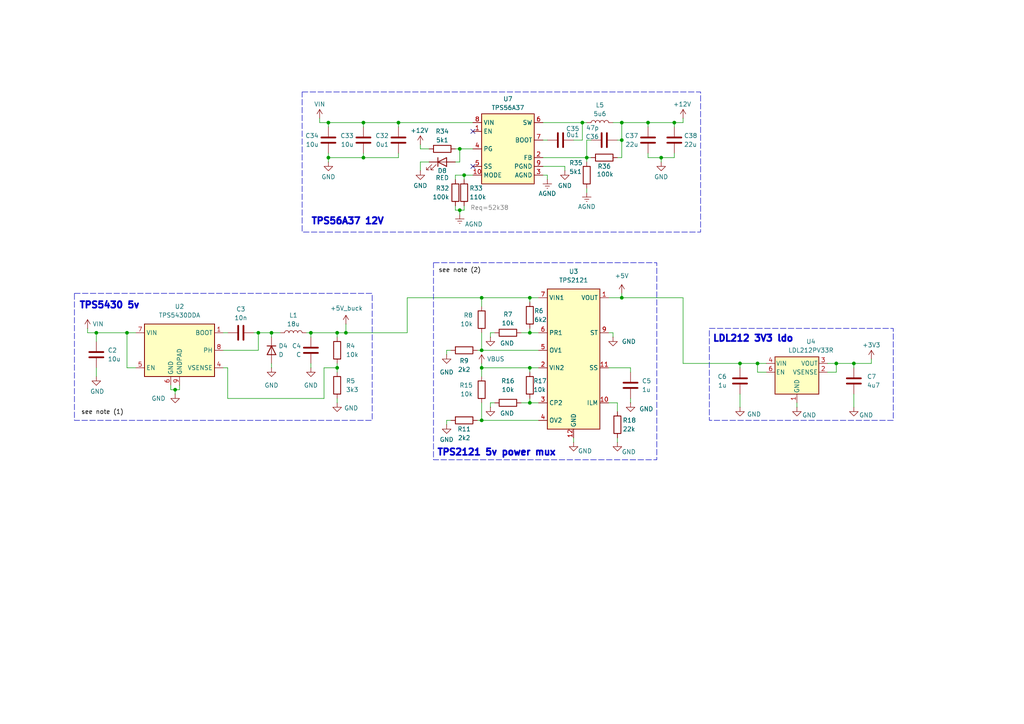
<source format=kicad_sch>
(kicad_sch (version 20250114) (generator "eeschema") (generator_version "9.0")
  (paper "A4")
  (lib_symbols
    (symbol "Device:C" (pin_numbers (hide yes)) (pin_names (offset 0.254))
      (property "Reference" "C" (at 0.635 2.54 0))
      (property "Value" "C" (at 0.635 -2.54 0))
      (symbol "C_0_1"
        (polyline (pts (xy -2.032 0.762) (xy 2.032 0.762)) (stroke (width 0.508)))
        (polyline (pts (xy -2.032 -0.762) (xy 2.032 -0.762)) (stroke (width 0.508)))
      )
      (symbol "C_1_1"
        (pin passive line (at 0 3.81 270) (length 2.794) (name "~") (number "1"))
        (pin passive line (at 0 -3.81 90) (length 2.794) (name "~") (number "2"))
      )
    )
    (symbol "Device:D" (pin_numbers (hide yes)) (pin_names (offset 1.016) (hide yes))
      (property "Reference" "D" (at 0 2.54 0))
      (property "Value" "D" (at 0 -2.54 0))
      (symbol "D_0_1"
        (polyline (pts (xy -1.27 1.27) (xy -1.27 -1.27)) (stroke (width 0.254)))
        (polyline (pts (xy 1.27 1.27) (xy 1.27 -1.27) (xy -1.27 0) (xy 1.27 1.27)) (stroke (width 0.254)))
        (polyline (pts (xy 1.27 0) (xy -1.27 0)))
      )
      (symbol "D_1_1"
        (pin passive line (at -3.81 0 0) (length 2.54) (name "K") (number "1"))
        (pin passive line (at 3.81 0 180) (length 2.54) (name "A") (number "2"))
      )
    )
    (symbol "Device:L" (pin_numbers (hide yes)) (pin_names (offset 1.016) (hide yes))
      (property "Reference" "L" (at -1.27 0 90))
      (property "Value" "L" (at 1.905 0 90))
      (symbol "L_0_1"
        (arc (start 0 2.54) (mid 0.6323 1.905) (end 0 1.27))
        (arc (start 0 1.27) (mid 0.6323 0.635) (end 0 0))
        (arc (start 0 0) (mid 0.6323 -0.635) (end 0 -1.27))
        (arc (start 0 -1.27) (mid 0.6323 -1.905) (end 0 -2.54))
      )
      (symbol "L_1_1"
        (pin passive line (at 0 3.81 270) (length 1.27) (name "1") (number "1"))
        (pin passive line (at 0 -3.81 90) (length 1.27) (name "2") (number "2"))
      )
    )
    (symbol "Device:LED" (pin_numbers (hide yes)) (pin_names (offset 1.016) (hide yes))
      (property "Reference" "D" (at 0 2.54 0))
      (property "Value" "LED" (at 0 -2.54 0))
      (symbol "LED_0_1"
        (polyline (pts (xy -3.048 -0.762) (xy -4.572 -2.286) (xy -3.81 -2.286) (xy -4.572 -2.286) (xy -4.572 -1.524)))
        (polyline (pts (xy -1.778 -0.762) (xy -3.302 -2.286) (xy -2.54 -2.286) (xy -3.302 -2.286) (xy -3.302 -1.524)))
        (polyline (pts (xy -1.27 0) (xy 1.27 0)))
        (polyline (pts (xy -1.27 -1.27) (xy -1.27 1.27)) (stroke (width 0.254)))
        (polyline (pts (xy 1.27 -1.27) (xy 1.27 1.27) (xy -1.27 0) (xy 1.27 -1.27)) (stroke (width 0.254)))
      )
      (symbol "LED_1_1"
        (pin passive line (at -3.81 0 0) (length 2.54) (name "K") (number "1"))
        (pin passive line (at 3.81 0 180) (length 2.54) (name "A") (number "2"))
      )
    )
    (symbol "Device:R" (pin_numbers (hide yes)) (pin_names (offset 0))
      (property "Reference" "R" (at 2.032 0 90))
      (property "Value" "R" (at 0 0 90))
      (symbol "R_0_1"
        (rectangle (start -1.016 -2.54) (end 1.016 2.54) (stroke (width 0.254)))
      )
      (symbol "R_1_1"
        (pin passive line (at 0 3.81 270) (length 1.27) (name "~") (number "1"))
        (pin passive line (at 0 -3.81 90) (length 1.27) (name "~") (number "2"))
      )
    )
    (symbol "GLCS:TPS56A37"
      (property "Reference" "U" (at -7.62 6.35 0))
      (property "Value" "TPS56A37" (at -2.54 6.35 0))
      (symbol "TPS56A37_0_1"
        (rectangle (start -7.62 5.08) (end 7.62 -15.24) (stroke (width 0.254)) (fill (type background)))
      )
      (symbol "TPS56A37_1_0"
        (pin open_collector line (at -10.16 -5.08 0) (length 2.54) (name "PG") (number "4"))
        (pin input line (at -10.16 -10.16 0) (length 2.54) (name "SS") (number "5"))
        (pin input line (at -10.16 -12.7 0) (length 2.54) (name "MODE") (number "10"))
        (pin power_in line (at 10.16 -10.16 180) (length 2.54) (name "PGND") (number "9"))
        (pin power_in line (at 10.16 -12.7 180) (length 2.54) (name "AGND") (number "3"))
      )
      (symbol "TPS56A37_1_1"
        (pin power_in line (at -10.16 2.54 0) (length 2.54) (name "VIN") (number "8"))
        (pin input line (at -10.16 0 0) (length 2.54) (name "EN") (number "1"))
        (pin power_out line (at 10.16 2.54 180) (length 2.54) (name "SW") (number "6"))
        (pin passive line (at 10.16 -2.54 180) (length 2.54) (name "BOOT") (number "7"))
        (pin input line (at 10.16 -7.62 180) (length 2.54) (name "FB") (number "2"))
      )
    )
    (symbol "Pers:LDL212PV33R" (pin_names (offset 0.254))
      (property "Reference" "U" (at -4.064 5.588 0))
      (property "Value" "LDL212PV33R" (at 0 5.588 0))
      (symbol "LDL212PV33R_0_1"
        (rectangle (start -6.35 4.445) (end 6.35 -6.35) (stroke (width 0.254)) (fill (type background)))
      )
      (symbol "LDL212PV33R_1_1"
        (pin power_in line (at -8.89 2.54 0) (length 2.54) (name "VIN") (number "4"))
        (pin input line (at -8.89 0 0) (length 2.54) (name "EN") (number "6"))
        (pin power_in line (at 0 -8.89 90) (length 2.54) (name "GND") (number "1"))
        (pin power_out line (at 8.89 2.54 180) (length 2.54) (name "VOUT") (number "3"))
        (pin input line (at 8.89 0 180) (length 2.54) (name "VSENSE") (number "2"))
      )
    )
    (symbol "Pers:TPS2121"
      (property "Reference" "U" (at -7.366 21.844 0))
      (property "Value" "TPS2121" (at 5.08 -22.352 0))
      (symbol "TPS2121_0_1"
        (rectangle (start -7.62 20.32) (end 7.62 -20.32) (stroke (width 0.254)) (fill (type background)))
      )
      (symbol "TPS2121_1_0"
        (pin power_out line (at 10.16 17.78 180) (length 2.54) (hide yes) (name "VOUT") (number "8"))
      )
      (symbol "TPS2121_1_1"
        (pin power_in line (at -10.16 17.78 0) (length 2.54) (name "VIN1") (number "7"))
        (pin input line (at -10.16 7.62 0) (length 2.54) (name "PR1") (number "6"))
        (pin input line (at -10.16 2.54 0) (length 2.54) (name "OV1") (number "5"))
        (pin power_in line (at -10.16 -2.54 0) (length 2.54) (name "VIN2") (number "2"))
        (pin input line (at -10.16 -12.7 0) (length 2.54) (name "CP2") (number "3"))
        (pin input line (at -10.16 -17.78 0) (length 2.54) (name "OV2") (number "4"))
        (pin power_in line (at 0 -22.86 90) (length 2.54) (name "GND") (number "12"))
        (pin power_out line (at 10.16 17.78 180) (length 2.54) (name "VOUT") (number "1"))
        (pin open_collector line (at 10.16 7.62 180) (length 2.54) (name "ST") (number "9"))
        (pin bidirectional line (at 10.16 -2.54 180) (length 2.54) (name "SS") (number "11"))
        (pin bidirectional line (at 10.16 -12.7 180) (length 2.54) (name "ILM") (number "10"))
      )
    )
    (symbol "Regulator_Switching:TPS5430DDA"
      (property "Reference" "U" (at -10.16 8.89 0))
      (property "Value" "TPS5430DDA" (at -1.27 8.89 0))
      (symbol "TPS5430DDA_0_1"
        (rectangle (start -10.16 7.62) (end 10.16 -7.62) (stroke (width 0.254)) (fill (type background)))
      )
      (symbol "TPS5430DDA_1_1"
        (pin power_in line (at -12.7 5.08 0) (length 2.54) (name "VIN") (number "7"))
        (pin input line (at -12.7 -5.08 0) (length 2.54) (name "EN") (number "5"))
        (pin no_connect line (at -10.16 2.54 0) (length 2.54) (hide yes) (name "NC") (number "2"))
        (pin no_connect line (at -10.16 -2.54 0) (length 2.54) (hide yes) (name "NC") (number "3"))
        (pin power_in line (at -2.54 -10.16 90) (length 2.54) (name "GND") (number "6"))
        (pin power_in line (at 0 -10.16 90) (length 2.54) (name "GNDPAD") (number "9"))
        (pin input line (at 12.7 5.08 180) (length 2.54) (name "BOOT") (number "1"))
        (pin output line (at 12.7 0 180) (length 2.54) (name "PH") (number "8"))
        (pin input line (at 12.7 -5.08 180) (length 2.54) (name "VSENSE") (number "4"))
      )
    )
    (symbol "power:+12V" (power) (pin_numbers (hide yes)) (pin_names (offset 0) (hide yes))
      (property "Value" "+12V" (at 0 3.556 0))
      (symbol "+12V_0_1"
        (polyline (pts (xy -0.762 1.27) (xy 0 2.54)))
        (polyline (pts (xy 0 2.54) (xy 0.762 1.27)))
        (polyline (pts (xy 0 0) (xy 0 2.54)))
      )
      (symbol "+12V_1_1"
        (pin power_in line (at 0 0 90) (length 0) (name "~") (number "1"))
      )
    )
    (symbol "power:+3V3" (power) (pin_numbers (hide yes)) (pin_names (offset 0) (hide yes))
      (property "Value" "+3V3" (at 0 3.556 0))
      (symbol "+3V3_0_1"
        (polyline (pts (xy -0.762 1.27) (xy 0 2.54)))
        (polyline (pts (xy 0 2.54) (xy 0.762 1.27)))
        (polyline (pts (xy 0 0) (xy 0 2.54)))
      )
      (symbol "+3V3_1_1"
        (pin power_in line (at 0 0 90) (length 0) (name "~") (number "1"))
      )
    )
    (symbol "power:+5V" (power) (pin_numbers (hide yes)) (pin_names (offset 0) (hide yes))
      (property "Value" "+5V" (at 0 3.556 0))
      (symbol "+5V_0_1"
        (polyline (pts (xy -0.762 1.27) (xy 0 2.54)))
        (polyline (pts (xy 0 2.54) (xy 0.762 1.27)))
        (polyline (pts (xy 0 0) (xy 0 2.54)))
      )
      (symbol "+5V_1_1"
        (pin power_in line (at 0 0 90) (length 0) (name "~") (number "1"))
      )
    )
    (symbol "power:GND" (power) (pin_numbers (hide yes)) (pin_names (offset 0) (hide yes))
      (property "Value" "GND" (at 0 -3.81 0))
      (symbol "GND_0_1"
        (polyline (pts (xy 0 0) (xy 0 -1.27) (xy 1.27 -1.27) (xy 0 -2.54) (xy -1.27 -1.27) (xy 0 -1.27)))
      )
      (symbol "GND_1_1"
        (pin power_in line (at 0 0 270) (length 0) (name "~") (number "1"))
      )
    )
    (symbol "power:GNDREF" (power) (pin_numbers (hide yes)) (pin_names (offset 0) (hide yes))
      (property "Value" "GNDREF" (at 0 -3.81 0))
      (symbol "GNDREF_0_1"
        (polyline (pts (xy -0.635 -1.905) (xy 0.635 -1.905)))
        (polyline (pts (xy -0.127 -2.54) (xy 0.127 -2.54)))
        (polyline (pts (xy 0 -1.27) (xy 0 0)))
        (polyline (pts (xy 1.27 -1.27) (xy -1.27 -1.27)))
      )
      (symbol "GNDREF_1_1"
        (pin power_in line (at 0 0 270) (length 0) (name "~") (number "1"))
      )
    )
    (symbol "power:VBUS" (power) (pin_numbers (hide yes)) (pin_names (offset 0) (hide yes))
      (property "Value" "VBUS" (at 0 3.556 0))
      (symbol "VBUS_0_1"
        (polyline (pts (xy -0.762 1.27) (xy 0 2.54)))
        (polyline (pts (xy 0 2.54) (xy 0.762 1.27)))
        (polyline (pts (xy 0 0) (xy 0 2.54)))
      )
      (symbol "VBUS_1_1"
        (pin power_in line (at 0 0 90) (length 0) (name "~") (number "1"))
      )
    )
    (symbol "power:VCC" (power) (pin_numbers (hide yes)) (pin_names (offset 0) (hide yes))
      (property "Value" "VCC" (at 0 3.556 0))
      (symbol "VCC_0_1"
        (polyline (pts (xy -0.762 1.27) (xy 0 2.54)))
        (polyline (pts (xy 0 2.54) (xy 0.762 1.27)))
        (polyline (pts (xy 0 0) (xy 0 2.54)))
      )
      (symbol "VCC_1_1"
        (pin power_in line (at 0 0 90) (length 0) (name "~") (number "1"))
      )
    )
  )
  (rectangle (start 21.59 85.09) (end 107.95 121.92) (stroke (width 0) (type dash)))
  (rectangle (start 125.73 76.2) (end 190.5 133.35) (stroke (width 0) (type dash)))
  (rectangle (start 87.63 26.67) (end 203.2 67.31) (stroke (width 0) (type dash)))
  (rectangle (start 205.74 95.25) (end 259.08 121.92) (stroke (width 0) (type dash)))
  (text "TPS2121 5v power mux" (at 144.018 131.318 0) (effects (font (size 1.905 1.905) (thickness 0.508) (bold yes))))
  (text "LDL212 3V3 ldo" (at 218.44 98.298 0) (effects (font (size 1.905 1.905) (thickness 0.508) (bold yes))))
  (text "see note (1)" (at 29.718 119.634 0) (effects (font (size 1.27 1.27))))
  (text "see note (2)" (at 133.35 78.486 0) (effects (font (size 1.27 1.27))))
  (text "Req=52k38" (at 141.986 60.452 0) (effects (font (size 1.27 1.27))))
  (text "TPS5430 5v" (at 31.75 88.646 0) (effects (font (size 1.905 1.905) (thickness 0.508) (bold yes))))
  (text "TPS56A37 12V" (at 100.838 64.262 0) (effects (font (size 1.905 1.905) (thickness 0.508) (bold yes))))
  (junction (at 74.93 96.52))
  (junction (at 214.63 105.41))
  (junction (at 90.17 96.52))
  (junction (at 27.94 96.52))
  (junction (at 153.67 106.68))
  (junction (at 180.34 86.36))
  (junction (at 191.77 45.72))
  (junction (at 115.57 35.56))
  (junction (at 247.65 105.41))
  (junction (at 153.67 116.84))
  (junction (at 133.35 60.96))
  (junction (at 180.34 35.56))
  (junction (at 105.41 35.56))
  (junction (at 180.34 40.64))
  (junction (at 97.79 96.52))
  (junction (at 100.33 96.52))
  (junction (at 195.58 35.56))
  (junction (at 134.62 50.8))
  (junction (at 133.35 43.18))
  (junction (at 139.7 121.92))
  (junction (at 168.91 35.56))
  (junction (at 139.7 106.68))
  (junction (at 97.79 106.68))
  (junction (at 105.41 45.72))
  (junction (at 170.18 45.72))
  (junction (at 139.7 86.36))
  (junction (at 153.67 96.52))
  (junction (at 95.25 35.56))
  (junction (at 242.57 105.41))
  (junction (at 36.83 96.52))
  (junction (at 78.74 96.52))
  (junction (at 139.7 101.6))
  (junction (at 219.71 105.41))
  (junction (at 50.8 113.03))
  (junction (at 95.25 45.72))
  (junction (at 153.67 86.36))
  (junction (at 187.96 35.56))
  (no_connect (at 137.16 48.26))
  (no_connect (at 137.16 38.1))
  (wire (pts (xy 179.07 116.84) (xy 176.53 116.84)))
  (wire (pts (xy 129.54 101.6) (xy 129.54 102.87)))
  (wire (pts (xy 138.43 121.92) (xy 139.7 121.92)))
  (wire (pts (xy 222.25 107.95) (xy 219.71 107.95)))
  (wire (pts (xy 168.91 35.56) (xy 168.91 40.64)))
  (wire (pts (xy 177.8 35.56) (xy 180.34 35.56)))
  (wire (pts (xy 187.96 45.72) (xy 191.77 45.72)))
  (wire (pts (xy 153.67 115.57) (xy 153.67 116.84)))
  (wire (pts (xy 105.41 45.72) (xy 95.25 45.72)))
  (wire (pts (xy 153.67 95.25) (xy 153.67 96.52)))
  (wire (pts (xy 231.14 116.84) (xy 231.14 118.11)))
  (wire (pts (xy 176.53 96.52) (xy 177.8 96.52)))
  (wire (pts (xy 142.24 116.84) (xy 142.24 118.11)))
  (wire (pts (xy 182.88 115.57) (xy 182.88 116.84)))
  (wire (pts (xy 27.94 96.52) (xy 36.83 96.52)))
  (wire (pts (xy 240.03 107.95) (xy 242.57 107.95)))
  (wire (pts (xy 143.51 96.52) (xy 142.24 96.52)))
  (wire (pts (xy 133.35 60.96) (xy 132.08 60.96)))
  (wire (pts (xy 170.18 45.72) (xy 170.18 46.99)))
  (wire (pts (xy 170.18 54.61) (xy 170.18 55.88)))
  (wire (pts (xy 25.4 96.52) (xy 25.4 95.25)))
  (wire (pts (xy 132.08 46.99) (xy 133.35 46.99)))
  (wire (pts (xy 198.12 35.56) (xy 195.58 35.56)))
  (wire (pts (xy 179.07 40.64) (xy 180.34 40.64)))
  (wire (pts (xy 121.92 43.18) (xy 121.92 41.91)))
  (wire (pts (xy 180.34 45.72) (xy 179.07 45.72)))
  (wire (pts (xy 219.71 105.41) (xy 214.63 105.41)))
  (wire (pts (xy 247.65 114.3) (xy 247.65 118.11)))
  (wire (pts (xy 143.51 116.84) (xy 142.24 116.84)))
  (wire (pts (xy 180.34 85.09) (xy 180.34 86.36)))
  (wire (pts (xy 121.92 46.99) (xy 121.92 49.53)))
  (wire (pts (xy 132.08 52.07) (xy 132.08 50.8)))
  (wire (pts (xy 90.17 96.52) (xy 97.79 96.52)))
  (wire (pts (xy 139.7 106.68) (xy 139.7 109.22)))
  (wire (pts (xy 134.62 50.8) (xy 134.62 52.07)))
  (wire (pts (xy 25.4 96.52) (xy 27.94 96.52)))
  (wire (pts (xy 97.79 115.57) (xy 97.79 116.84)))
  (wire (pts (xy 74.93 96.52) (xy 78.74 96.52)))
  (wire (pts (xy 93.98 106.68) (xy 93.98 115.57)))
  (wire (pts (xy 242.57 105.41) (xy 247.65 105.41)))
  (wire (pts (xy 252.73 104.14) (xy 252.73 105.41)))
  (wire (pts (xy 105.41 35.56) (xy 115.57 35.56)))
  (wire (pts (xy 168.91 40.64) (xy 166.37 40.64)))
  (wire (pts (xy 97.79 96.52) (xy 97.79 97.79)))
  (wire (pts (xy 153.67 86.36) (xy 153.67 87.63)))
  (wire (pts (xy 182.88 106.68) (xy 176.53 106.68)))
  (wire (pts (xy 105.41 35.56) (xy 105.41 36.83)))
  (wire (pts (xy 93.98 115.57) (xy 66.04 115.57)))
  (wire (pts (xy 78.74 96.52) (xy 81.28 96.52)))
  (wire (pts (xy 157.48 40.64) (xy 158.75 40.64)))
  (wire (pts (xy 195.58 35.56) (xy 187.96 35.56)))
  (wire (pts (xy 129.54 121.92) (xy 129.54 123.19)))
  (wire (pts (xy 64.77 96.52) (xy 66.04 96.52)))
  (wire (pts (xy 139.7 96.52) (xy 139.7 101.6)))
  (wire (pts (xy 176.53 86.36) (xy 180.34 86.36)))
  (wire (pts (xy 139.7 86.36) (xy 139.7 88.9)))
  (wire (pts (xy 66.04 106.68) (xy 64.77 106.68)))
  (wire (pts (xy 92.71 35.56) (xy 95.25 35.56)))
  (wire (pts (xy 27.94 96.52) (xy 27.94 99.06)))
  (wire (pts (xy 138.43 101.6) (xy 139.7 101.6)))
  (wire (pts (xy 180.34 45.72) (xy 180.34 40.64)))
  (wire (pts (xy 105.41 44.45) (xy 105.41 45.72)))
  (wire (pts (xy 191.77 45.72) (xy 195.58 45.72)))
  (wire (pts (xy 180.34 40.64) (xy 180.34 35.56)))
  (wire (pts (xy 171.45 40.64) (xy 170.18 40.64)))
  (wire (pts (xy 157.48 45.72) (xy 170.18 45.72)))
  (wire (pts (xy 170.18 45.72) (xy 171.45 45.72)))
  (wire (pts (xy 247.65 105.41) (xy 247.65 106.68)))
  (wire (pts (xy 222.25 105.41) (xy 219.71 105.41)))
  (wire (pts (xy 50.8 114.3) (xy 50.8 113.03)))
  (wire (pts (xy 198.12 105.41) (xy 214.63 105.41)))
  (wire (pts (xy 182.88 107.95) (xy 182.88 106.68)))
  (wire (pts (xy 134.62 50.8) (xy 137.16 50.8)))
  (wire (pts (xy 36.83 96.52) (xy 39.37 96.52)))
  (wire (pts (xy 153.67 86.36) (xy 156.21 86.36)))
  (wire (pts (xy 49.53 113.03) (xy 49.53 111.76)))
  (wire (pts (xy 157.48 35.56) (xy 168.91 35.56)))
  (wire (pts (xy 214.63 105.41) (xy 214.63 106.68)))
  (wire (pts (xy 214.63 114.3) (xy 214.63 118.11)))
  (wire (pts (xy 139.7 86.36) (xy 153.67 86.36)))
  (wire (pts (xy 187.96 36.83) (xy 187.96 35.56)))
  (wire (pts (xy 52.07 111.76) (xy 52.07 113.03)))
  (wire (pts (xy 118.11 96.52) (xy 100.33 96.52)))
  (wire (pts (xy 180.34 86.36) (xy 198.12 86.36)))
  (wire (pts (xy 95.25 45.72) (xy 95.25 46.99)))
  (wire (pts (xy 153.67 116.84) (xy 151.13 116.84)))
  (wire (pts (xy 153.67 96.52) (xy 151.13 96.52)))
  (wire (pts (xy 158.75 52.07) (xy 158.75 50.8)))
  (wire (pts (xy 27.94 106.68) (xy 27.94 109.22)))
  (wire (pts (xy 242.57 107.95) (xy 242.57 105.41)))
  (wire (pts (xy 195.58 45.72) (xy 195.58 44.45)))
  (wire (pts (xy 90.17 96.52) (xy 90.17 97.79)))
  (wire (pts (xy 198.12 35.56) (xy 198.12 34.29)))
  (wire (pts (xy 139.7 106.68) (xy 153.67 106.68)))
  (wire (pts (xy 90.17 96.52) (xy 88.9 96.52)))
  (wire (pts (xy 198.12 105.41) (xy 198.12 86.36)))
  (wire (pts (xy 142.24 96.52) (xy 142.24 97.79)))
  (wire (pts (xy 95.25 35.56) (xy 95.25 36.83)))
  (wire (pts (xy 95.25 35.56) (xy 105.41 35.56)))
  (wire (pts (xy 130.81 101.6) (xy 129.54 101.6)))
  (wire (pts (xy 158.75 50.8) (xy 157.48 50.8)))
  (wire (pts (xy 39.37 106.68) (xy 36.83 106.68)))
  (wire (pts (xy 115.57 35.56) (xy 137.16 35.56)))
  (wire (pts (xy 153.67 106.68) (xy 153.67 107.95)))
  (wire (pts (xy 118.11 86.36) (xy 118.11 96.52)))
  (wire (pts (xy 121.92 46.99) (xy 124.46 46.99)))
  (wire (pts (xy 124.46 43.18) (xy 121.92 43.18)))
  (wire (pts (xy 133.35 43.18) (xy 133.35 46.99)))
  (wire (pts (xy 97.79 106.68) (xy 93.98 106.68)))
  (wire (pts (xy 105.41 45.72) (xy 115.57 45.72)))
  (wire (pts (xy 90.17 105.41) (xy 90.17 106.68)))
  (wire (pts (xy 97.79 96.52) (xy 100.33 96.52)))
  (wire (pts (xy 187.96 45.72) (xy 187.96 44.45)))
  (wire (pts (xy 139.7 121.92) (xy 156.21 121.92)))
  (wire (pts (xy 166.37 127) (xy 166.37 128.27)))
  (wire (pts (xy 179.07 127) (xy 179.07 128.27)))
  (wire (pts (xy 139.7 105.41) (xy 139.7 106.68)))
  (wire (pts (xy 191.77 45.72) (xy 191.77 46.99)))
  (wire (pts (xy 130.81 121.92) (xy 129.54 121.92)))
  (wire (pts (xy 97.79 105.41) (xy 97.79 106.68)))
  (wire (pts (xy 219.71 107.95) (xy 219.71 105.41)))
  (wire (pts (xy 139.7 86.36) (xy 118.11 86.36)))
  (wire (pts (xy 180.34 35.56) (xy 187.96 35.56)))
  (wire (pts (xy 170.18 40.64) (xy 170.18 45.72)))
  (wire (pts (xy 195.58 36.83) (xy 195.58 35.56)))
  (wire (pts (xy 95.25 45.72) (xy 95.25 44.45)))
  (wire (pts (xy 97.79 106.68) (xy 97.79 107.95)))
  (wire (pts (xy 132.08 43.18) (xy 133.35 43.18)))
  (wire (pts (xy 133.35 43.18) (xy 137.16 43.18)))
  (wire (pts (xy 64.77 101.6) (xy 74.93 101.6)))
  (wire (pts (xy 78.74 96.52) (xy 78.74 97.79)))
  (wire (pts (xy 177.8 96.52) (xy 177.8 97.79)))
  (wire (pts (xy 36.83 96.52) (xy 36.83 106.68)))
  (wire (pts (xy 134.62 50.8) (xy 132.08 50.8)))
  (wire (pts (xy 74.93 101.6) (xy 74.93 96.52)))
  (wire (pts (xy 50.8 113.03) (xy 49.53 113.03)))
  (wire (pts (xy 163.83 49.53) (xy 163.83 48.26)))
  (wire (pts (xy 78.74 105.41) (xy 78.74 106.68)))
  (wire (pts (xy 73.66 96.52) (xy 74.93 96.52)))
  (wire (pts (xy 100.33 93.98) (xy 100.33 96.52)))
  (wire (pts (xy 134.62 60.96) (xy 134.62 59.69)))
  (wire (pts (xy 133.35 60.96) (xy 134.62 60.96)))
  (wire (pts (xy 156.21 116.84) (xy 153.67 116.84)))
  (wire (pts (xy 156.21 96.52) (xy 153.67 96.52)))
  (wire (pts (xy 247.65 105.41) (xy 252.73 105.41)))
  (wire (pts (xy 139.7 116.84) (xy 139.7 121.92)))
  (wire (pts (xy 66.04 115.57) (xy 66.04 106.68)))
  (wire (pts (xy 133.35 62.23) (xy 133.35 60.96)))
  (wire (pts (xy 139.7 101.6) (xy 156.21 101.6)))
  (wire (pts (xy 163.83 48.26) (xy 157.48 48.26)))
  (wire (pts (xy 132.08 60.96) (xy 132.08 59.69)))
  (wire (pts (xy 52.07 113.03) (xy 50.8 113.03)))
  (wire (pts (xy 240.03 105.41) (xy 242.57 105.41)))
  (wire (pts (xy 168.91 35.56) (xy 170.18 35.56)))
  (wire (pts (xy 115.57 45.72) (xy 115.57 44.45)))
  (wire (pts (xy 92.71 34.29) (xy 92.71 35.56)))
  (wire (pts (xy 115.57 35.56) (xy 115.57 36.83)))
  (wire (pts (xy 153.67 106.68) (xy 156.21 106.68)))
  (wire (pts (xy 179.07 119.38) (xy 179.07 116.84)))
  (symbol (lib_id "Device:R") (at 170.18 50.8 0) (unit 1)
    (property "Reference" "R35" (at 165.1 47.244 0) (effects (justify left)))
    (property "Value" "5k1" (at 165.1 49.784 0) (effects (justify left)))
    (property "Description" "Resistor" (effects (hide yes)))
  )
  (symbol (lib_id "power:GNDREF") (at 133.35 62.23 0) (unit 1)
    (property "Reference" "#PWR071" (effects (hide yes)))
    (property "Value" "AGND" (at 137.414 65.024 0))
    (property "Description" "Power symbol creates a global label with name \"GNDREF\" , reference supply ground" (effects (hide yes)))
  )
  (symbol (lib_id "Device:C") (at 27.94 102.87 0) (unit 1)
    (property "Reference" "C2" (at 31.242 101.6 0) (effects (justify left)))
    (property "Value" "10u" (at 31.242 104.14 0) (effects (justify left)))
    (property "Description" "Unpolarized capacitor" (effects (hide yes)))
  )
  (symbol (lib_id "power:GND") (at 142.24 118.11 0) (unit 1)
    (property "Reference" "#PWR033" (effects (hide yes)))
    (property "Value" "GND" (at 147.066 119.888 0))
    (property "Description" "Power symbol creates a global label with name \"GND\" , ground" (effects (hide yes)))
  )
  (symbol (lib_id "Device:D") (at 78.74 101.6 270) (unit 1)
    (property "Reference" "D4" (at 80.772 100.33 90) (effects (justify left)))
    (property "Value" "D" (at 80.772 102.87 90) (effects (justify left)))
    (property "Description" "Diode" (effects (hide yes)))
    (property "Sim.Device" "D" (effects (hide yes)))
    (property "Sim.Pins" "1=K 2=A" (effects (hide yes)))
  )
  (symbol (lib_id "Device:C") (at 95.25 40.64 0) (unit 1)
    (property "Reference" "C34" (at 92.456 39.37 0) (effects (justify right)))
    (property "Value" "10u" (at 92.456 41.91 0) (effects (justify right)))
    (property "Description" "Unpolarized capacitor" (effects (hide yes)))
  )
  (symbol (lib_id "Device:R") (at 153.67 91.44 0) (unit 1)
    (property "Reference" "R6" (at 154.94 90.17 0) (effects (justify left)))
    (property "Value" "6k2" (at 154.94 92.71 0) (effects (justify left)))
    (property "Description" "Resistor" (effects (hide yes)))
  )
  (symbol (lib_id "power:GND") (at 95.25 46.99 0) (unit 1)
    (property "Reference" "#PWR074" (effects (hide yes)))
    (property "Value" "GND" (at 95.25 51.308 0))
    (property "Description" "Power symbol creates a global label with name \"GND\" , ground" (effects (hide yes)))
  )
  (symbol (lib_id "Pers:TPS2121") (at 166.37 104.14 0) (unit 1)
    (property "Reference" "U3" (at 166.37 78.74 0))
    (property "Value" "TPS2121" (at 166.37 81.28 0))
    (property "Footprint" "Package_DFN_QFN:Texas_VQFN-HR-12_2x2.5mm_P0.5mm_ThermalVias" (effects (hide yes)))
    (property "Datasheet" "https://www.ti.com/lit/ds/symlink/tps2116.pdf" (effects (hide yes)))
    (property "Description" "2 channel 2.8-V to 22-V Priority Power MUX with Seamless Switchover with 56 mΩ Von" (effects (hide yes)))
  )
  (symbol (lib_id "power:VCC") (at 92.71 34.29 0) (unit 1)
    (property "Reference" "#PWR068" (effects (hide yes)))
    (property "Value" "VIN" (at 92.71 30.226 0))
    (property "Description" "Power symbol creates a global label with name \"VCC\"" (effects (hide yes)))
  )
  (symbol (lib_id "power:+3V3") (at 252.73 104.14 0) (unit 1)
    (property "Reference" "#PWR042" (effects (hide yes)))
    (property "Value" "+3V3" (at 252.73 100.076 0))
    (property "Description" "Power symbol creates a global label with name \"+3V3\"" (effects (hide yes)))
  )
  (symbol (lib_id "Device:R") (at 134.62 121.92 90) (mirror x) (unit 1)
    (property "Reference" "R11" (at 134.62 124.46 90))
    (property "Value" "2k2" (at 134.62 127 90))
    (property "Description" "Resistor" (effects (hide yes)))
  )
  (symbol (lib_id "Device:C") (at 214.63 110.49 0) (mirror y) (unit 1)
    (property "Reference" "C6" (at 210.82 109.2199 0) (effects (justify left)))
    (property "Value" "1u" (at 210.82 111.7599 0) (effects (justify left)))
    (property "Description" "Unpolarized capacitor" (effects (hide yes)))
  )
  (symbol (lib_id "Regulator_Switching:TPS5430DDA") (at 52.07 101.6 0) (unit 1)
    (property "Reference" "U2" (at 52.07 88.9 0))
    (property "Value" "TPS5430DDA" (at 52.07 91.44 0))
    (property "Footprint" "Package_SO:TI_SO-PowerPAD-8_ThermalVias" (effects (hide yes)))
    (property "Datasheet" "http://www.ti.com/lit/ds/symlink/tps5430.pdf" (effects (hide yes)))
    (property "Description" "3A, Step Down Swift Converter, Adjustable Output Voltage, 5.5-36V Input Voltage, PowerSO-8" (effects (hide yes)))
  )
  (symbol (lib_id "power:GND") (at 129.54 102.87 0) (unit 1)
    (property "Reference" "#PWR030" (effects (hide yes)))
    (property "Value" "GND" (at 129.54 107.95 0))
    (property "Description" "Power symbol creates a global label with name \"GND\" , ground" (effects (hide yes)))
  )
  (symbol (lib_id "Device:R") (at 134.62 55.88 0) (unit 1)
    (property "Reference" "R33" (at 136.144 54.61 0) (effects (justify left)))
    (property "Value" "110k" (at 136.144 57.15 0) (effects (justify left)))
    (property "Description" "Resistor" (effects (hide yes)))
  )
  (symbol (lib_id "Device:C") (at 195.58 40.64 0) (unit 1)
    (property "Reference" "C38" (at 198.374 39.37 0) (effects (justify left)))
    (property "Value" "22u" (at 198.374 41.91 0) (effects (justify left)))
    (property "Description" "Unpolarized capacitor" (effects (hide yes)))
  )
  (symbol (lib_id "power:GND") (at 179.07 128.27 0) (unit 1)
    (property "Reference" "#PWR034" (effects (hide yes)))
    (property "Value" "GND" (at 182.372 131.064 0))
    (property "Description" "Power symbol creates a global label with name \"GND\" , ground" (effects (hide yes)))
  )
  (symbol (lib_id "Device:C") (at 187.96 40.64 0) (mirror y) (unit 1)
    (property "Reference" "C37" (at 185.166 39.37 0) (effects (justify left)))
    (property "Value" "22u" (at 185.166 41.91 0) (effects (justify left)))
    (property "Description" "Unpolarized capacitor" (effects (hide yes)))
  )
  (symbol (lib_id "Device:R") (at 128.27 43.18 90) (unit 1)
    (property "Reference" "R34" (at 128.27 38.1 90))
    (property "Value" "5k1" (at 128.27 40.64 90))
    (property "Description" "Resistor" (effects (hide yes)))
  )
  (symbol (lib_id "Device:C") (at 175.26 40.64 90) (unit 1)
    (property "Reference" "C36" (at 173.736 39.624 90) (effects (justify left)))
    (property "Value" "47p" (at 173.736 37.084 90) (effects (justify left)))
    (property "Description" "Unpolarized capacitor" (effects (hide yes)))
  )
  (symbol (lib_id "Device:R") (at 147.32 116.84 90) (unit 1)
    (property "Reference" "R16" (at 147.32 110.49 90))
    (property "Value" "10k" (at 147.32 113.03 90))
    (property "Description" "Resistor" (effects (hide yes)))
  )
  (symbol (lib_id "Device:L") (at 85.09 96.52 90) (unit 1)
    (property "Reference" "L1" (at 85.09 91.44 90))
    (property "Value" "18u" (at 85.09 93.98 90))
    (property "Description" "Inductor" (effects (hide yes)))
  )
  (symbol (lib_id "power:+12V") (at 121.92 41.91 0) (unit 1)
    (property "Reference" "#PWR072" (effects (hide yes)))
    (property "Value" "+12V" (at 121.666 37.846 0))
    (property "Description" "Power symbol creates a global label with name \"+12V\"" (effects (hide yes)))
  )
  (symbol (lib_id "Device:C") (at 69.85 96.52 90) (unit 1)
    (property "Reference" "C3" (at 69.85 89.662 90))
    (property "Value" "10n" (at 69.85 92.202 90))
    (property "Description" "Unpolarized capacitor" (effects (hide yes)))
  )
  (symbol (lib_id "power:GND") (at 121.92 49.53 0) (unit 1)
    (property "Reference" "#PWR073" (effects (hide yes)))
    (property "Value" "GND" (at 121.92 53.848 0))
    (property "Description" "Power symbol creates a global label with name \"GND\" , ground" (effects (hide yes)))
  )
  (symbol (lib_id "Device:R") (at 139.7 92.71 0) (mirror x) (unit 1)
    (property "Reference" "R8" (at 137.16 91.4399 0) (effects (justify right)))
    (property "Value" "10k" (at 137.16 93.9799 0) (effects (justify right)))
    (property "Description" "Resistor" (effects (hide yes)))
  )
  (symbol (lib_id "Device:C") (at 162.56 40.64 90) (unit 1)
    (property "Reference" "C35" (at 166.116 37.338 90))
    (property "Value" "0u1" (at 166.116 39.116 90))
    (property "Description" "Unpolarized capacitor" (effects (hide yes)))
  )
  (symbol (lib_id "power:GND") (at 142.24 97.79 0) (unit 1)
    (property "Reference" "#PWR024" (effects (hide yes)))
    (property "Value" "GND" (at 147.066 99.568 0))
    (property "Description" "Power symbol creates a global label with name \"GND\" , ground" (effects (hide yes)))
  )
  (symbol (lib_id "power:GND") (at 129.54 123.19 0) (unit 1)
    (property "Reference" "#PWR031" (effects (hide yes)))
    (property "Value" "GND" (at 129.54 127.508 0))
    (property "Description" "Power symbol creates a global label with name \"GND\" , ground" (effects (hide yes)))
  )
  (symbol (lib_id "Device:R") (at 175.26 45.72 90) (mirror x) (unit 1)
    (property "Reference" "R36" (at 175.26 48.26 90))
    (property "Value" "100k" (at 175.514 50.546 90))
    (property "Description" "Resistor" (effects (hide yes)))
  )
  (symbol (lib_id "Device:R") (at 139.7 113.03 0) (mirror x) (unit 1)
    (property "Reference" "R15" (at 137.16 111.7599 0) (effects (justify right)))
    (property "Value" "10k" (at 137.16 114.2999 0) (effects (justify right)))
    (property "Description" "Resistor" (effects (hide yes)))
  )
  (symbol (lib_id "power:GND") (at 50.8 114.3 0) (unit 1)
    (property "Reference" "#PWR08" (effects (hide yes)))
    (property "Value" "GND" (at 45.974 115.57 0))
    (property "Description" "Power symbol creates a global label with name \"GND\" , ground" (effects (hide yes)))
  )
  (symbol (lib_id "power:GNDREF") (at 170.18 55.88 0) (unit 1)
    (property "Reference" "#PWR075" (effects (hide yes)))
    (property "Value" "AGND" (at 170.18 59.944 0))
    (property "Description" "Power symbol creates a global label with name \"GNDREF\" , reference supply ground" (effects (hide yes)))
  )
  (symbol (lib_id "Device:LED") (at 128.27 46.99 0) (unit 1)
    (property "Reference" "D8" (at 128.27 49.53 0))
    (property "Value" "RED" (at 128.27 51.562 0))
    (property "Description" "Light emitting diode" (effects (hide yes)))
    (property "Sim.Pins" "1=K 2=A" (effects (hide yes)))
  )
  (symbol (lib_id "power:GND") (at 231.14 118.11 0) (unit 1)
    (property "Reference" "#PWR039" (effects (hide yes)))
    (property "Value" "GND" (at 234.696 120.396 0))
    (property "Description" "Power symbol creates a global label with name \"GND\" , ground" (effects (hide yes)))
  )
  (symbol (lib_id "power:GND") (at 191.77 46.99 0) (unit 1)
    (property "Reference" "#PWR076" (effects (hide yes)))
    (property "Value" "GND" (at 191.77 51.308 0))
    (property "Description" "Power symbol creates a global label with name \"GND\" , ground" (effects (hide yes)))
  )
  (symbol (lib_id "Pers:LDL212PV33R") (at 231.14 107.95 0) (unit 1)
    (property "Reference" "U4" (at 235.204 99.06 0))
    (property "Value" "LDL212PV33R" (at 235.204 101.6 0))
    (property "Footprint" "Pers:DFN-6-1EP_2x2mm_P0.5mm_ST" (effects (hide yes)))
    (property "Datasheet" "https://www.st.com/resource/en/datasheet/ldl212.pdf" (effects (hide yes)))
    (property "Description" "1.2A Low Dropout Voltage Regulator, High PSSR, Fixed Output 3.3V, DFN6 (2x)" (effects (hide yes)))
  )
  (symbol (lib_id "power:GND") (at 214.63 118.11 0) (unit 1)
    (property "Reference" "#PWR040" (effects (hide yes)))
    (property "Value" "GND" (at 218.694 120.142 0))
    (property "Description" "Power symbol creates a global label with name \"GND\" , ground" (effects (hide yes)))
  )
  (symbol (lib_id "power:GND") (at 78.74 106.68 0) (unit 1)
    (property "Reference" "#PWR013" (effects (hide yes)))
    (property "Value" "GND" (at 78.74 111.76 0))
    (property "Description" "Power symbol creates a global label with name \"GND\" , ground" (effects (hide yes)))
  )
  (symbol (lib_id "power:+5V") (at 100.33 93.98 0) (mirror y) (unit 1)
    (property "Reference" "#PWR012" (effects (hide yes)))
    (property "Value" "+5V_buck" (at 95.758 89.408 0) (effects (justify right)))
    (property "Description" "Power symbol creates a global label with name \"+5V\"" (effects (hide yes)))
  )
  (symbol (lib_id "power:+5V") (at 180.34 85.09 0) (mirror y) (unit 1)
    (property "Reference" "#PWR038" (effects (hide yes)))
    (property "Value" "+5V" (at 180.34 80.01 0))
    (property "Description" "Power symbol creates a global label with name \"+5V\"" (effects (hide yes)))
  )
  (symbol (lib_id "power:GND") (at 177.8 97.79 0) (unit 1)
    (property "Reference" "#PWR036" (effects (hide yes)))
    (property "Value" "GND" (at 180.34 99.0599 0) (effects (justify left)))
    (property "Description" "Power symbol creates a global label with name \"GND\" , ground" (effects (hide yes)))
  )
  (symbol (lib_id "power:GND") (at 163.83 49.53 0) (unit 1)
    (property "Reference" "#PWR070" (effects (hide yes)))
    (property "Value" "GND" (at 163.83 53.848 0))
    (property "Description" "Power symbol creates a global label with name \"GND\" , ground" (effects (hide yes)))
  )
  (symbol (lib_id "Device:R") (at 134.62 101.6 90) (mirror x) (unit 1)
    (property "Reference" "R9" (at 134.62 104.648 90))
    (property "Value" "2k2" (at 134.62 107.188 90))
    (property "Description" "Resistor" (effects (hide yes)))
  )
  (symbol (lib_id "Device:C") (at 247.65 110.49 0) (unit 1)
    (property "Reference" "C7" (at 251.46 109.2199 0) (effects (justify left)))
    (property "Value" "4u7" (at 251.46 111.7599 0) (effects (justify left)))
    (property "Description" "Unpolarized capacitor" (effects (hide yes)))
  )
  (symbol (lib_id "GLCS:TPS56A37") (at 147.32 38.1 0) (unit 1)
    (property "Reference" "U7" (at 147.32 28.702 0))
    (property "Value" "TPS56A37" (at 147.32 31.242 0))
    (property "Datasheet" "https://www.ti.com/lit/ds/symlink/tps56a37.pdf" (effects (hide yes)))
    (property "Description" "4.5V to 28V Input, 10-A Output Synchronous Buck Converter" (effects (hide yes)))
  )
  (symbol (lib_id "Device:R") (at 97.79 101.6 0) (unit 1)
    (property "Reference" "R4" (at 100.33 100.3299 0) (effects (justify left)))
    (property "Value" "10k" (at 100.33 102.8699 0) (effects (justify left)))
    (property "Description" "Resistor" (effects (hide yes)))
  )
  (symbol (lib_id "power:+12V") (at 198.12 34.29 0) (unit 1)
    (property "Reference" "#PWR077" (effects (hide yes)))
    (property "Value" "+12V" (at 197.866 30.226 0))
    (property "Description" "Power symbol creates a global label with name \"+12V\"" (effects (hide yes)))
  )
  (symbol (lib_id "Device:R") (at 153.67 111.76 0) (unit 1)
    (property "Reference" "R17" (at 154.686 110.49 0) (effects (justify left)))
    (property "Value" "10k" (at 154.686 113.03 0) (effects (justify left)))
    (property "Description" "Resistor" (effects (hide yes)))
  )
  (symbol (lib_id "Device:L") (at 173.99 35.56 90) (unit 1)
    (property "Reference" "L5" (at 173.99 30.48 90))
    (property "Value" "5u6" (at 173.99 33.02 90))
    (property "Description" "Inductor" (effects (hide yes)))
  )
  (symbol (lib_id "power:VBUS") (at 139.7 105.41 0) (mirror y) (unit 1)
    (property "Reference" "#PWR032" (effects (hide yes)))
    (property "Value" "VBUS" (at 141.224 104.14 0) (effects (justify right)))
    (property "Description" "Power symbol creates a global label with name \"VBUS\"" (effects (hide yes)))
  )
  (symbol (lib_id "Device:C") (at 90.17 101.6 0) (unit 1)
    (property "Reference" "C4" (at 87.376 100.33 0) (effects (justify right)))
    (property "Value" "C" (at 87.376 102.87 0) (effects (justify right)))
    (property "Description" "Unpolarized capacitor" (effects (hide yes)))
  )
  (symbol (lib_id "power:GNDREF") (at 158.75 52.07 0) (unit 1)
    (property "Reference" "#PWR069" (effects (hide yes)))
    (property "Value" "AGND" (at 158.75 56.134 0))
    (property "Description" "Power symbol creates a global label with name \"GNDREF\" , reference supply ground" (effects (hide yes)))
  )
  (symbol (lib_id "power:GND") (at 27.94 109.22 0) (unit 1)
    (property "Reference" "#PWR011" (effects (hide yes)))
    (property "Value" "GND" (at 28.194 113.538 0))
    (property "Description" "Power symbol creates a global label with name \"GND\" , ground" (effects (hide yes)))
  )
  (symbol (lib_id "power:GND") (at 97.79 116.84 0) (unit 1)
    (property "Reference" "#PWR020" (effects (hide yes)))
    (property "Value" "GND" (at 101.854 118.364 0))
    (property "Description" "Power symbol creates a global label with name \"GND\" , ground" (effects (hide yes)))
  )
  (symbol (lib_id "Device:R") (at 179.07 123.19 0) (unit 1)
    (property "Reference" "R18" (at 180.594 121.92 0) (effects (justify left)))
    (property "Value" "22k" (at 180.594 124.46 0) (effects (justify left)))
    (property "Description" "Resistor" (effects (hide yes)))
  )
  (symbol (lib_id "Device:C") (at 105.41 40.64 0) (unit 1)
    (property "Reference" "C33" (at 102.616 39.37 0) (effects (justify right)))
    (property "Value" "10u" (at 102.616 41.91 0) (effects (justify right)))
    (property "Description" "Unpolarized capacitor" (effects (hide yes)))
  )
  (symbol (lib_id "Device:C") (at 182.88 111.76 0) (unit 1)
    (property "Reference" "C5" (at 186.182 110.49 0) (effects (justify left)))
    (property "Value" "1u" (at 186.182 113.03 0) (effects (justify left)))
    (property "Description" "Unpolarized capacitor" (effects (hide yes)))
  )
  (symbol (lib_id "Device:R") (at 132.08 55.88 0) (mirror y) (unit 1)
    (property "Reference" "R32" (at 130.302 54.61 0) (effects (justify left)))
    (property "Value" "100k" (at 130.302 57.15 0) (effects (justify left)))
    (property "Description" "Resistor" (effects (hide yes)))
  )
  (symbol (lib_id "Device:C") (at 115.57 40.64 0) (unit 1)
    (property "Reference" "C32" (at 112.776 39.37 0) (effects (justify right)))
    (property "Value" "0u1" (at 112.776 41.91 0) (effects (justify right)))
    (property "Description" "Unpolarized capacitor" (effects (hide yes)))
  )
  (symbol (lib_id "power:GND") (at 166.37 128.27 0) (unit 1)
    (property "Reference" "#PWR021" (effects (hide yes)))
    (property "Value" "GND" (at 169.672 130.81 0))
    (property "Description" "Power symbol creates a global label with name \"GND\" , ground" (effects (hide yes)))
  )
  (symbol (lib_id "power:GND") (at 247.65 118.11 0) (unit 1)
    (property "Reference" "#PWR041" (effects (hide yes)))
    (property "Value" "GND" (at 251.206 120.396 0))
    (property "Description" "Power symbol creates a global label with name \"GND\" , ground" (effects (hide yes)))
  )
  (symbol (lib_id "power:GND") (at 182.88 116.84 0) (mirror y) (unit 1)
    (property "Reference" "#PWR035" (effects (hide yes)))
    (property "Value" "GND" (at 187.452 118.618 0))
    (property "Description" "Power symbol creates a global label with name \"GND\" , ground" (effects (hide yes)))
  )
  (symbol (lib_id "power:VCC") (at 25.4 95.25 0) (unit 1)
    (property "Reference" "#PWR010" (effects (hide yes)))
    (property "Value" "VIN" (at 28.448 93.98 0))
    (property "Description" "Power symbol creates a global label with name \"VCC\"" (effects (hide yes)))
  )
  (symbol (lib_id "Device:R") (at 97.79 111.76 0) (unit 1)
    (property "Reference" "R5" (at 100.33 110.4899 0) (effects (justify left)))
    (property "Value" "3k3" (at 100.33 113.0299 0) (effects (justify left)))
    (property "Description" "Resistor" (effects (hide yes)))
  )
  (symbol (lib_id "power:GND") (at 90.17 106.68 0) (unit 1)
    (property "Reference" "#PWR019" (effects (hide yes)))
    (property "Value" "GND" (at 90.17 111.76 0))
    (property "Description" "Power symbol creates a global label with name \"GND\" , ground" (effects (hide yes)))
  )
  (symbol (lib_id "Device:R") (at 147.32 96.52 90) (unit 1)
    (property "Reference" "R7" (at 147.32 91.186 90))
    (property "Value" "10k" (at 147.32 93.726 90))
    (property "Description" "Resistor" (effects (hide yes)))
  )
)
</source>
